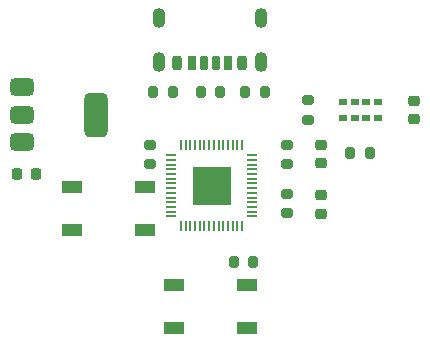
<source format=gbr>
%TF.GenerationSoftware,KiCad,Pcbnew,8.0.6*%
%TF.CreationDate,2025-05-21T19:35:09-04:00*%
%TF.ProjectId,ir_controller,69725f63-6f6e-4747-926f-6c6c65722e6b,rev?*%
%TF.SameCoordinates,Original*%
%TF.FileFunction,Soldermask,Top*%
%TF.FilePolarity,Negative*%
%FSLAX46Y46*%
G04 Gerber Fmt 4.6, Leading zero omitted, Abs format (unit mm)*
G04 Created by KiCad (PCBNEW 8.0.6) date 2025-05-21 19:35:09*
%MOMM*%
%LPD*%
G01*
G04 APERTURE LIST*
G04 Aperture macros list*
%AMRoundRect*
0 Rectangle with rounded corners*
0 $1 Rounding radius*
0 $2 $3 $4 $5 $6 $7 $8 $9 X,Y pos of 4 corners*
0 Add a 4 corners polygon primitive as box body*
4,1,4,$2,$3,$4,$5,$6,$7,$8,$9,$2,$3,0*
0 Add four circle primitives for the rounded corners*
1,1,$1+$1,$2,$3*
1,1,$1+$1,$4,$5*
1,1,$1+$1,$6,$7*
1,1,$1+$1,$8,$9*
0 Add four rect primitives between the rounded corners*
20,1,$1+$1,$2,$3,$4,$5,0*
20,1,$1+$1,$4,$5,$6,$7,0*
20,1,$1+$1,$6,$7,$8,$9,0*
20,1,$1+$1,$8,$9,$2,$3,0*%
G04 Aperture macros list end*
%ADD10R,1.800000X1.100000*%
%ADD11RoundRect,0.375000X-0.625000X-0.375000X0.625000X-0.375000X0.625000X0.375000X-0.625000X0.375000X0*%
%ADD12RoundRect,0.500000X-0.500000X-1.400000X0.500000X-1.400000X0.500000X1.400000X-0.500000X1.400000X0*%
%ADD13R,0.720000X0.600000*%
%ADD14RoundRect,0.050000X-0.387500X-0.050000X0.387500X-0.050000X0.387500X0.050000X-0.387500X0.050000X0*%
%ADD15RoundRect,0.050000X-0.050000X-0.387500X0.050000X-0.387500X0.050000X0.387500X-0.050000X0.387500X0*%
%ADD16R,3.200000X3.200000*%
%ADD17RoundRect,0.200000X0.275000X-0.200000X0.275000X0.200000X-0.275000X0.200000X-0.275000X-0.200000X0*%
%ADD18RoundRect,0.200000X0.200000X0.275000X-0.200000X0.275000X-0.200000X-0.275000X0.200000X-0.275000X0*%
%ADD19RoundRect,0.200000X-0.200000X-0.275000X0.200000X-0.275000X0.200000X0.275000X-0.200000X0.275000X0*%
%ADD20RoundRect,0.200000X-0.275000X0.200000X-0.275000X-0.200000X0.275000X-0.200000X0.275000X0.200000X0*%
%ADD21RoundRect,0.175000X0.175000X0.425000X-0.175000X0.425000X-0.175000X-0.425000X0.175000X-0.425000X0*%
%ADD22RoundRect,0.190000X-0.190000X-0.410000X0.190000X-0.410000X0.190000X0.410000X-0.190000X0.410000X0*%
%ADD23RoundRect,0.200000X-0.200000X-0.400000X0.200000X-0.400000X0.200000X0.400000X-0.200000X0.400000X0*%
%ADD24RoundRect,0.175000X-0.175000X-0.425000X0.175000X-0.425000X0.175000X0.425000X-0.175000X0.425000X0*%
%ADD25RoundRect,0.190000X0.190000X0.410000X-0.190000X0.410000X-0.190000X-0.410000X0.190000X-0.410000X0*%
%ADD26RoundRect,0.200000X0.200000X0.400000X-0.200000X0.400000X-0.200000X-0.400000X0.200000X-0.400000X0*%
%ADD27O,1.100000X1.700000*%
%ADD28RoundRect,0.218750X0.256250X-0.218750X0.256250X0.218750X-0.256250X0.218750X-0.256250X-0.218750X0*%
%ADD29RoundRect,0.225000X0.225000X0.250000X-0.225000X0.250000X-0.225000X-0.250000X0.225000X-0.250000X0*%
%ADD30RoundRect,0.225000X0.250000X-0.225000X0.250000X0.225000X-0.250000X0.225000X-0.250000X-0.225000X0*%
G04 APERTURE END LIST*
D10*
%TO.C,SW1*%
X36649800Y-48006000D03*
X42849800Y-48006000D03*
X36649800Y-51706000D03*
X42849800Y-51706000D03*
%TD*%
%TO.C,SW2*%
X45285800Y-56311800D03*
X51485800Y-56311800D03*
X45285800Y-60011800D03*
X51485800Y-60011800D03*
%TD*%
D11*
%TO.C,U3*%
X32435400Y-39622100D03*
X32435400Y-41922100D03*
D12*
X38735400Y-41922100D03*
D11*
X32435400Y-44222100D03*
%TD*%
D13*
%TO.C,U2*%
X59624800Y-40831000D03*
X60594800Y-40831000D03*
X61564800Y-40831000D03*
X62534800Y-40831000D03*
X62534800Y-42231000D03*
X61564800Y-42231000D03*
X60594800Y-42231000D03*
X59624800Y-42231000D03*
%TD*%
D14*
%TO.C,U1*%
X45038500Y-45342400D03*
X45038500Y-45742400D03*
X45038500Y-46142400D03*
X45038500Y-46542400D03*
X45038500Y-46942400D03*
X45038500Y-47342400D03*
X45038500Y-47742400D03*
X45038500Y-48142400D03*
X45038500Y-48542400D03*
X45038500Y-48942400D03*
X45038500Y-49342400D03*
X45038500Y-49742400D03*
X45038500Y-50142400D03*
X45038500Y-50542400D03*
D15*
X45876000Y-51379900D03*
X46276000Y-51379900D03*
X46676000Y-51379900D03*
X47076000Y-51379900D03*
X47476000Y-51379900D03*
X47876000Y-51379900D03*
X48276000Y-51379900D03*
X48676000Y-51379900D03*
X49076000Y-51379900D03*
X49476000Y-51379900D03*
X49876000Y-51379900D03*
X50276000Y-51379900D03*
X50676000Y-51379900D03*
X51076000Y-51379900D03*
D14*
X51913500Y-50542400D03*
X51913500Y-50142400D03*
X51913500Y-49742400D03*
X51913500Y-49342400D03*
X51913500Y-48942400D03*
X51913500Y-48542400D03*
X51913500Y-48142400D03*
X51913500Y-47742400D03*
X51913500Y-47342400D03*
X51913500Y-46942400D03*
X51913500Y-46542400D03*
X51913500Y-46142400D03*
X51913500Y-45742400D03*
X51913500Y-45342400D03*
D15*
X51076000Y-44504900D03*
X50676000Y-44504900D03*
X50276000Y-44504900D03*
X49876000Y-44504900D03*
X49476000Y-44504900D03*
X49076000Y-44504900D03*
X48676000Y-44504900D03*
X48276000Y-44504900D03*
X47876000Y-44504900D03*
X47476000Y-44504900D03*
X47076000Y-44504900D03*
X46676000Y-44504900D03*
X46276000Y-44504900D03*
X45876000Y-44504900D03*
D16*
X48476000Y-47942400D03*
%TD*%
D17*
%TO.C,R9*%
X54838600Y-50266600D03*
X54838600Y-48616600D03*
%TD*%
D18*
%TO.C,R8*%
X45211800Y-39993600D03*
X43561800Y-39993600D03*
%TD*%
%TO.C,R7*%
X49212800Y-39993600D03*
X47562800Y-39993600D03*
%TD*%
%TO.C,R6*%
X52985200Y-40019000D03*
X51335200Y-40019000D03*
%TD*%
D19*
%TO.C,R5*%
X50342800Y-54356000D03*
X51992800Y-54356000D03*
%TD*%
D17*
%TO.C,R4*%
X43281600Y-46100000D03*
X43281600Y-44450000D03*
%TD*%
%TO.C,R3*%
X54838600Y-46138600D03*
X54838600Y-44488600D03*
%TD*%
D19*
%TO.C,R2*%
X60211200Y-45174400D03*
X61861200Y-45174400D03*
%TD*%
D20*
%TO.C,R1*%
X56642000Y-40704000D03*
X56642000Y-42354000D03*
%TD*%
D21*
%TO.C,J1*%
X48834200Y-37585800D03*
D22*
X46814200Y-37585800D03*
D23*
X45584200Y-37585800D03*
D24*
X47834200Y-37585800D03*
D25*
X49854200Y-37585800D03*
D26*
X51084200Y-37585800D03*
D27*
X52654200Y-37505800D03*
X52654200Y-33705800D03*
X44014200Y-37505800D03*
X44014200Y-33705800D03*
%TD*%
D28*
%TO.C,D2*%
X57785000Y-50292000D03*
X57785000Y-48717000D03*
%TD*%
%TO.C,D1*%
X57785000Y-46050400D03*
X57785000Y-44475400D03*
%TD*%
D29*
%TO.C,C2*%
X33579800Y-46951300D03*
X32029800Y-46951300D03*
%TD*%
D30*
%TO.C,C1*%
X65633600Y-42304200D03*
X65633600Y-40754200D03*
%TD*%
M02*

</source>
